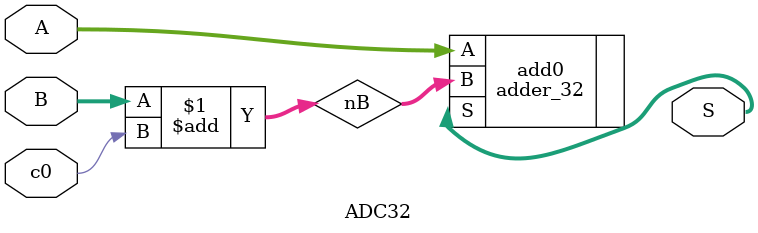
<source format=v>
`timescale 1ns / 1ps
module ADC32(
				input [31:0] A,
				input [31:0] B,
				input c0,
				output [32:0] S
    );
	wire [31:0] nB;
	assign nB = B+c0;
	
	adder_32 add0(.A(A[31:0]), .B(nB[31:0]), .S(S[32:0]));
	//MUX2T1_32 m0(.I0(add[31:0]), .I1(sub[31:0]), .s(c0), .o(S[31:0]));


endmodule

</source>
